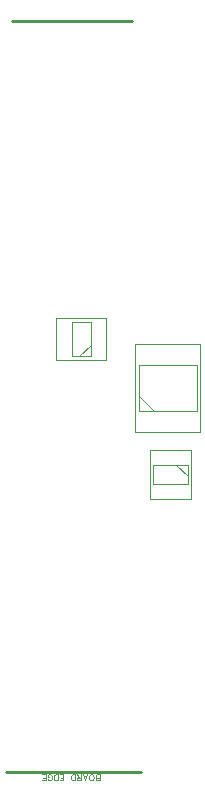
<source format=gbr>
G04 DipTrace 3.2.0.1*
G04 TopAssy.gbr*
%MOIN*%
G04 #@! TF.FileFunction,Drawing,Top*
G04 #@! TF.Part,Single*
%ADD10C,0.009843*%
%ADD21C,0.001969*%
%ADD22C,0.003937*%
%ADD56C,0.003088*%
%FSLAX26Y26*%
G04*
G70*
G90*
G75*
G01*
G04 TopAssy*
%LPD*%
X1119000Y395984D2*
D10*
X669000D1*
X1000677Y1770102D2*
D21*
X835323D1*
Y1907898D1*
X1000677D1*
Y1770102D1*
X949500Y1781911D2*
D22*
X886500D1*
Y1896089D1*
X949500D1*
Y1781911D1*
Y1819309D2*
X912097Y1781911D1*
X1284898Y1470677D2*
D21*
Y1305323D1*
X1147102D1*
Y1470677D1*
X1284898D1*
X1273089Y1419963D2*
D22*
Y1356037D1*
X1158911D1*
Y1419963D1*
X1273089D1*
X1235691D2*
X1273089Y1382560D1*
X1098232Y1529118D2*
D21*
Y1822425D1*
X1314768D1*
Y1529118D1*
X1098232D1*
X1110033Y1599013D2*
D22*
Y1752530D1*
X1302967D1*
Y1599013D1*
X1110033D1*
X1160053D2*
X1110033Y1648993D1*
X688000Y2900000D2*
D10*
X1088000D1*
X979936Y367508D2*
D56*
Y387604D1*
X971314D1*
X968440Y386631D1*
X967489Y385681D1*
X966539Y383779D1*
Y380905D1*
X967489Y378982D1*
X968440Y378031D1*
X971314Y377081D1*
X968440Y376108D1*
X967489Y375157D1*
X966539Y373256D1*
Y371333D1*
X967489Y369431D1*
X968440Y368459D1*
X971314Y367508D1*
X979936D1*
Y377081D2*
X971314D1*
X954615Y367508D2*
X956538Y368459D1*
X958440Y370382D1*
X959412Y372283D1*
X960363Y375157D1*
Y379955D1*
X959412Y382807D1*
X958440Y384730D1*
X956538Y386631D1*
X954615Y387604D1*
X950790D1*
X948889Y386631D1*
X946966Y384730D1*
X946015Y382807D1*
X945064Y379955D1*
Y375157D1*
X946015Y372283D1*
X946966Y370382D1*
X948889Y368459D1*
X950790Y367508D1*
X954615D1*
X923568Y387604D2*
X931239Y367508D1*
X938889Y387604D1*
X936015Y380905D2*
X926442D1*
X917392Y377081D2*
X908792D1*
X905918Y376108D1*
X904946Y375157D1*
X903995Y373256D1*
Y371333D1*
X904946Y369431D1*
X905918Y368459D1*
X908792Y367508D1*
X917392D1*
Y387604D1*
X910694Y377081D2*
X903995Y387604D1*
X897819Y367508D2*
Y387604D1*
X891121D1*
X888247Y386631D1*
X886323Y384730D1*
X885373Y382807D1*
X884422Y379955D1*
Y375157D1*
X885373Y372283D1*
X886323Y370382D1*
X888247Y368459D1*
X891121Y367508D1*
X897819D1*
X846381D2*
X858806D1*
Y387604D1*
X846381D1*
X858806Y377081D2*
X851157D1*
X840206Y367508D2*
Y387604D1*
X833507D1*
X830633Y386631D1*
X828710Y384730D1*
X827759Y382807D1*
X826808Y379955D1*
Y375157D1*
X827759Y372283D1*
X828710Y370382D1*
X830633Y368459D1*
X833507Y367508D1*
X840206D1*
X806285Y372283D2*
X807235Y370382D1*
X809159Y368459D1*
X811060Y367508D1*
X814885D1*
X816808Y368459D1*
X818709Y370382D1*
X819682Y372283D1*
X820633Y375157D1*
Y379955D1*
X819682Y382807D1*
X818709Y384730D1*
X816808Y386631D1*
X814885Y387604D1*
X811060D1*
X809159Y386631D1*
X807235Y384730D1*
X806285Y382807D1*
Y379955D1*
X811060D1*
X787684Y367508D2*
X800109D1*
Y387604D1*
X787684D1*
X800109Y377081D2*
X792460D1*
M02*

</source>
